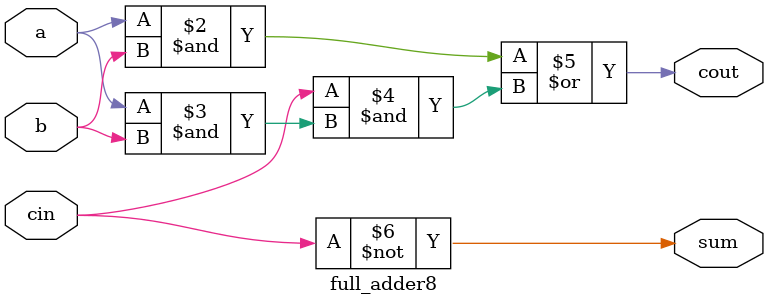
<source format=v>
module full_adder8(a,b,cin,sum,cout);
input a,b,cin;
output sum,cout;
assign sum = 1'b1^cin;
assign cout = a&b|cin&(a&b); 
// initial begin
//     $display("The incorrect adder with xor0 and xor1 having out/1 and in1/1");
// end   
endmodule
</source>
